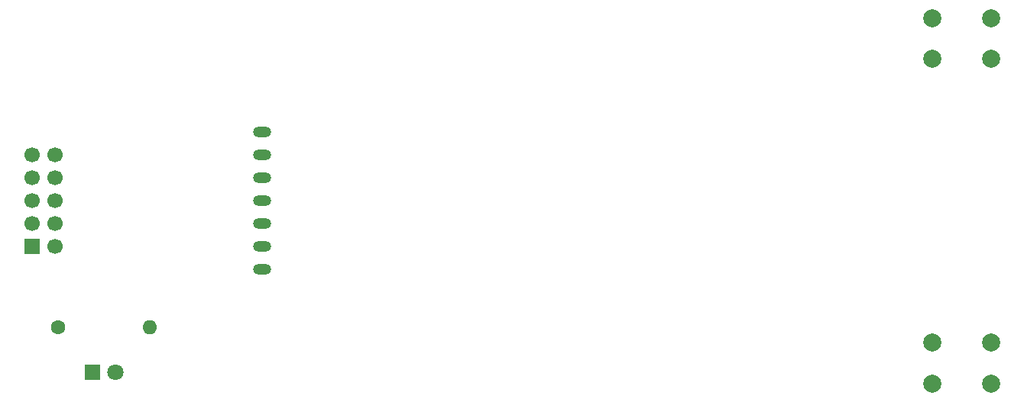
<source format=gbr>
%TF.GenerationSoftware,KiCad,Pcbnew,9.0.3*%
%TF.CreationDate,2025-08-15T10:31:12+02:00*%
%TF.ProjectId,Displaypanel,44697370-6c61-4797-9061-6e656c2e6b69,rev?*%
%TF.SameCoordinates,Original*%
%TF.FileFunction,Soldermask,Bot*%
%TF.FilePolarity,Negative*%
%FSLAX46Y46*%
G04 Gerber Fmt 4.6, Leading zero omitted, Abs format (unit mm)*
G04 Created by KiCad (PCBNEW 9.0.3) date 2025-08-15 10:31:12*
%MOMM*%
%LPD*%
G01*
G04 APERTURE LIST*
%ADD10O,2.000000X1.200000*%
%ADD11R,1.800000X1.800000*%
%ADD12C,1.800000*%
%ADD13C,2.000000*%
%ADD14C,1.600000*%
%ADD15O,1.600000X1.600000*%
%ADD16R,1.700000X1.700000*%
%ADD17C,1.700000*%
G04 APERTURE END LIST*
D10*
%TO.C,U1*%
X113490000Y-100620000D03*
X113490000Y-98080000D03*
X113490000Y-95540000D03*
X113490000Y-93000000D03*
X113490000Y-90460000D03*
X113490000Y-87920000D03*
X113490000Y-85380000D03*
%TD*%
D11*
%TO.C,D1*%
X94730000Y-112000000D03*
D12*
X97270000Y-112000000D03*
%TD*%
D13*
%TO.C,SW2*%
X187750000Y-72750000D03*
X187750000Y-77250000D03*
X194250000Y-72750000D03*
X194250000Y-77250000D03*
%TD*%
%TO.C,SW1*%
X187750000Y-108750000D03*
X187750000Y-113250000D03*
X194250000Y-108750000D03*
X194250000Y-113250000D03*
%TD*%
D14*
%TO.C,R1*%
X90920000Y-107000000D03*
D15*
X101080000Y-107000000D03*
%TD*%
D16*
%TO.C,J1*%
X88000000Y-98080000D03*
D17*
X90540000Y-98080000D03*
X88000000Y-95540000D03*
X90540000Y-95540000D03*
X88000000Y-93000000D03*
X90540000Y-93000000D03*
X88000000Y-90460000D03*
X90540000Y-90460000D03*
X88000000Y-87920000D03*
X90540000Y-87920000D03*
%TD*%
M02*

</source>
